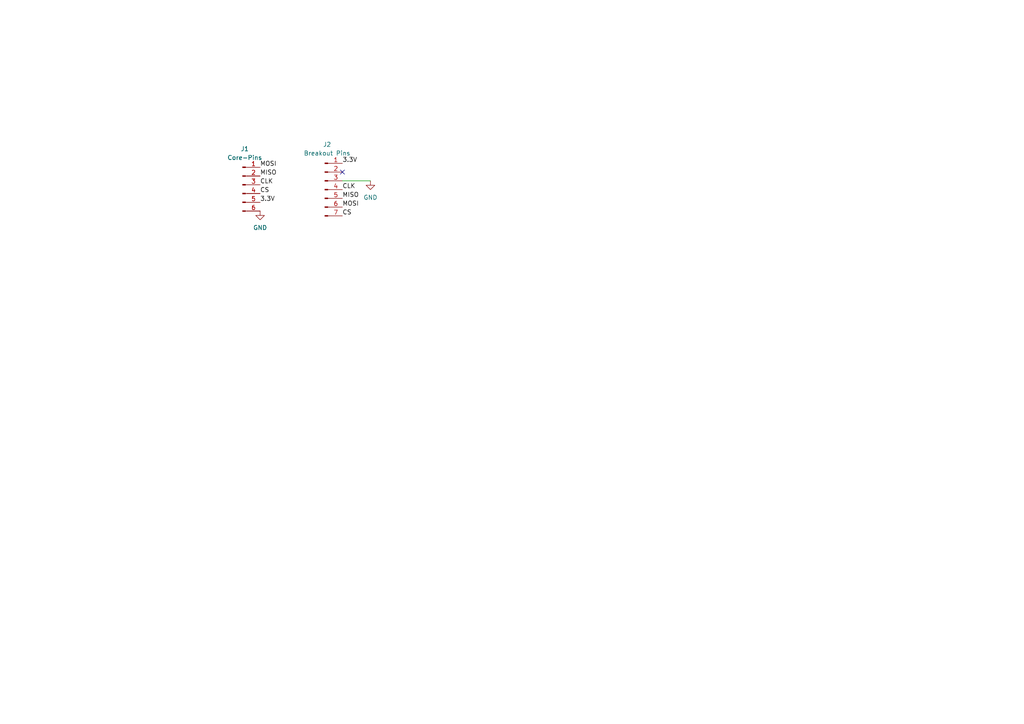
<source format=kicad_sch>
(kicad_sch (version 20230121) (generator eeschema)
  (paper "A4")
  (lib_symbols
    (symbol "Connector:Conn_01x06_Pin" (pin_names (offset 1.016) hide)
      (property "Reference" "J" (at 0 7.62 0))
      (property "Value" "Conn_01x06_Pin" (at 0 -10.16 0))
      (symbol "Conn_01x06_Pin_1_1"
        (polyline (pts (xy 1.27 -7.62) (xy 0.8636 -7.62)) (stroke (width 0.1524)))
        (polyline (pts (xy 1.27 -5.08) (xy 0.8636 -5.08)) (stroke (width 0.1524)))
        (polyline (pts (xy 1.27 -2.54) (xy 0.8636 -2.54)) (stroke (width 0.1524)))
        (polyline (pts (xy 1.27 0) (xy 0.8636 0)) (stroke (width 0.1524)))
        (polyline (pts (xy 1.27 2.54) (xy 0.8636 2.54)) (stroke (width 0.1524)))
        (polyline (pts (xy 1.27 5.08) (xy 0.8636 5.08)) (stroke (width 0.1524)))
        (rectangle (start 0.8636 -7.493) (end 0 -7.747) (stroke (width 0.1524)) (fill (type outline)))
        (rectangle (start 0.8636 -4.953) (end 0 -5.207) (stroke (width 0.1524)) (fill (type outline)))
        (rectangle (start 0.8636 -2.413) (end 0 -2.667) (stroke (width 0.1524)) (fill (type outline)))
        (rectangle (start 0.8636 0.127) (end 0 -0.127) (stroke (width 0.1524)) (fill (type outline)))
        (rectangle (start 0.8636 2.667) (end 0 2.413) (stroke (width 0.1524)) (fill (type outline)))
        (rectangle (start 0.8636 5.207) (end 0 4.953) (stroke (width 0.1524)) (fill (type outline)))
        (pin passive line (at 5.08 5.08 180) (length 3.81) (name "Pin_1") (number "1"))
        (pin passive line (at 5.08 2.54 180) (length 3.81) (name "Pin_2") (number "2"))
        (pin passive line (at 5.08 0 180) (length 3.81) (name "Pin_3") (number "3"))
        (pin passive line (at 5.08 -2.54 180) (length 3.81) (name "Pin_4") (number "4"))
        (pin passive line (at 5.08 -5.08 180) (length 3.81) (name "Pin_5") (number "5"))
        (pin passive line (at 5.08 -7.62 180) (length 3.81) (name "Pin_6") (number "6"))
      )
    )
    (symbol "Connector:Conn_01x07_Pin" (pin_names (offset 1.016) hide)
      (property "Reference" "J" (at 0 10.16 0))
      (property "Value" "Conn_01x07_Pin" (at 0 -10.16 0))
      (symbol "Conn_01x07_Pin_1_1"
        (polyline (pts (xy 1.27 -7.62) (xy 0.8636 -7.62)) (stroke (width 0.1524)))
        (polyline (pts (xy 1.27 -5.08) (xy 0.8636 -5.08)) (stroke (width 0.1524)))
        (polyline (pts (xy 1.27 -2.54) (xy 0.8636 -2.54)) (stroke (width 0.1524)))
        (polyline (pts (xy 1.27 0) (xy 0.8636 0)) (stroke (width 0.1524)))
        (polyline (pts (xy 1.27 2.54) (xy 0.8636 2.54)) (stroke (width 0.1524)))
        (polyline (pts (xy 1.27 5.08) (xy 0.8636 5.08)) (stroke (width 0.1524)))
        (polyline (pts (xy 1.27 7.62) (xy 0.8636 7.62)) (stroke (width 0.1524)))
        (rectangle (start 0.8636 -7.493) (end 0 -7.747) (stroke (width 0.1524)) (fill (type outline)))
        (rectangle (start 0.8636 -4.953) (end 0 -5.207) (stroke (width 0.1524)) (fill (type outline)))
        (rectangle (start 0.8636 -2.413) (end 0 -2.667) (stroke (width 0.1524)) (fill (type outline)))
        (rectangle (start 0.8636 0.127) (end 0 -0.127) (stroke (width 0.1524)) (fill (type outline)))
        (rectangle (start 0.8636 2.667) (end 0 2.413) (stroke (width 0.1524)) (fill (type outline)))
        (rectangle (start 0.8636 5.207) (end 0 4.953) (stroke (width 0.1524)) (fill (type outline)))
        (rectangle (start 0.8636 7.747) (end 0 7.493) (stroke (width 0.1524)) (fill (type outline)))
        (pin passive line (at 5.08 7.62 180) (length 3.81) (name "Pin_1") (number "1"))
        (pin passive line (at 5.08 5.08 180) (length 3.81) (name "Pin_2") (number "2"))
        (pin passive line (at 5.08 2.54 180) (length 3.81) (name "Pin_3") (number "3"))
        (pin passive line (at 5.08 0 180) (length 3.81) (name "Pin_4") (number "4"))
        (pin passive line (at 5.08 -2.54 180) (length 3.81) (name "Pin_5") (number "5"))
        (pin passive line (at 5.08 -5.08 180) (length 3.81) (name "Pin_6") (number "6"))
        (pin passive line (at 5.08 -7.62 180) (length 3.81) (name "Pin_7") (number "7"))
      )
    )
    (symbol "power:GND" (power) (pin_names (offset 0))
      (property "Value" "GND" (at 0 -3.81 0))
      (symbol "GND_0_1"
        (polyline (pts (xy 0 0) (xy 0 -1.27) (xy 1.27 -1.27) (xy 0 -2.54) (xy -1.27 -1.27) (xy 0 -1.27)))
      )
      (symbol "GND_1_1"
        (pin power_in line (at 0 0 270) (length 0) hide (name "GND") (number "1"))
      )
    )
  )
  (no_connect (at 99.314 49.911))
  (wire (pts (xy 99.314 52.451) (xy 107.442 52.451)))
  (label "3.3V" (at 99.314 47.371 0))
  (label "MISO" (at 75.438 51.054 0))
  (label "CS" (at 99.314 62.611 0))
  (label "MOSI" (at 75.438 48.514 0))
  (label "MOSI" (at 99.314 60.071 0))
  (label "3.3V" (at 75.438 58.674 0))
  (label "CS" (at 75.438 56.134 0))
  (label "CLK" (at 75.438 53.594 0))
  (label "CLK" (at 99.314 54.991 0))
  (label "MISO" (at 99.314 57.531 0))
  (symbol (lib_id "power:GND") (at 75.438 61.214 0) (unit 1)
    (property "Reference" "#PWR01" (effects hide))
    (property "Value" "GND" (at 75.438 66.04 0))
  )
  (symbol (lib_id "Connector:Conn_01x06_Pin") (at 70.358 53.594 0) (unit 1)
    (property "Reference" "J1" (at 70.993 43.18 0))
    (property "Value" "Core-Pins" (at 70.993 45.72 0))
    (property "Footprint" "Connector_PinHeader_2.54mm:PinHeader_1x06_P2.54mm_Vertical" (effects hide))
  )
  (symbol (lib_id "Connector:Conn_01x07_Pin") (at 94.234 54.991 0) (unit 1)
    (property "Reference" "J2" (at 94.869 41.91 0))
    (property "Value" "Breakout Pins" (at 94.869 44.45 0))
    (property "Footprint" "Connector_PinHeader_2.54mm:PinHeader_1x07_P2.54mm_Vertical" (effects hide))
  )
  (symbol (lib_id "power:GND") (at 107.442 52.451 0) (unit 1)
    (property "Reference" "#PWR02" (effects hide))
    (property "Value" "GND" (at 107.442 57.277 0))
  )
)
</source>
